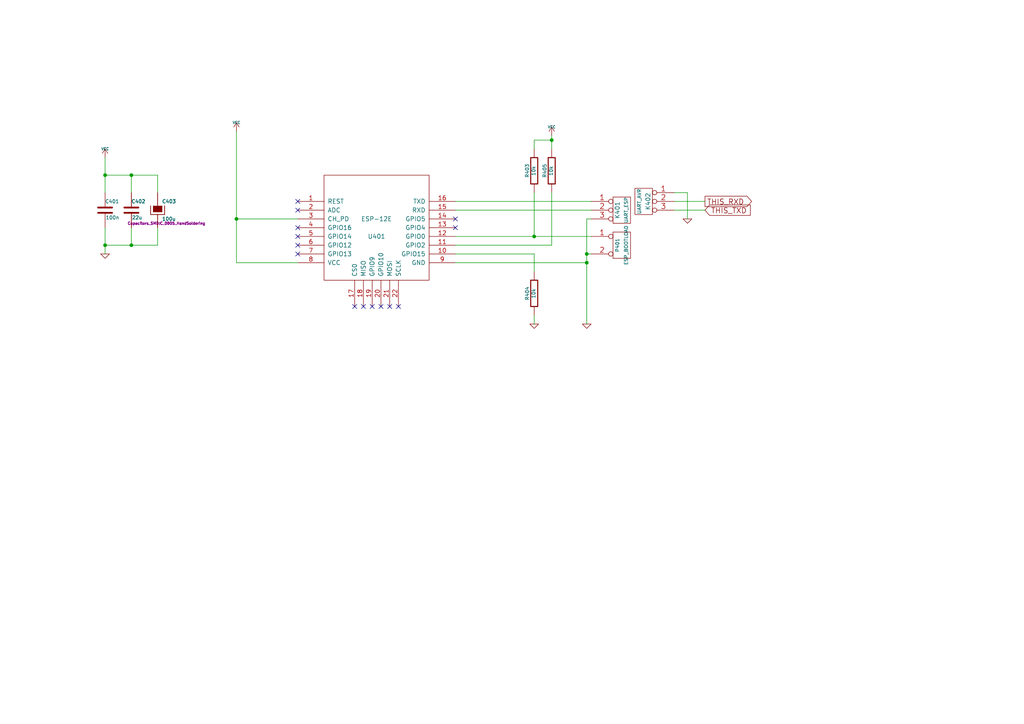
<source format=kicad_sch>
(kicad_sch (version 20231120) (generator "eeschema") (generator_version "8.0")
  (paper "A4")
  (title_block (title "Wireless FREDI (and clock interface)") (date "2017-11-19") (rev "0.2") (company "Heiko Rosemann (heiko.rosemann@web.de) CC-BY-SA") (comment 4 "WiFi controller and directly related peripheral stuff"))
  (lib_symbols
    (symbol "power:VCC" (power) (pin_names (offset 0))
      (property "Value" "VCC" (at 0 3.81 0))
      (symbol "VCC_0_1"
        (polyline (pts (xy -0.762 1.27) (xy 0 2.54)))
        (polyline (pts (xy 0 0) (xy 0 2.54)))
        (polyline (pts (xy 0 2.54) (xy 0.762 1.27)))
      )
      (symbol "VCC_1_1"
        (pin power_in line (at 0 0 90) (length 0) hide (name "VCC") (number "1"))
      )
    )
    (symbol "wfred_rev2-rescue:C-RESCUE-wfred_rev2" (pin_numbers hide) (pin_names (offset 0.254))
      (property "Reference" "C" (at 0 2.54 0))
      (property "Value" "C-RESCUE-wfred_rev2" (at 0.1524 -2.159 0))
      (symbol "C-RESCUE-wfred_rev2_0_1"
        (polyline (pts (xy -2.032 -0.762) (xy 2.032 -0.762)) (stroke (width 0.508)))
        (polyline (pts (xy -2.032 0.762) (xy 2.032 0.762)) (stroke (width 0.508)))
      )
      (symbol "C-RESCUE-wfred_rev2_1_1"
        (pin passive line (at 0 5.08 270) (length 4.318) (name "~") (number "1"))
        (pin passive line (at 0 -5.08 90) (length 4.318) (name "~") (number "2"))
      )
    )
    (symbol "wfred_rev2-rescue:CAPAPOL-device" (pin_numbers hide) (pin_names (offset 0.254) hide)
      (property "Reference" "C" (at 1.27 2.54 0))
      (property "Value" "CAPAPOL-device" (at 1.27 -2.54 0))
      (symbol "CAPAPOL-device_0_1"
        (polyline (pts (xy -2.032 1.27) (xy -2.032 -1.27) (xy 2.032 -1.27) (xy 2.032 1.27)) (stroke (width 0.2032)))
        (polyline (pts (xy -1.27 1.27) (xy -1.27 -0.508) (xy 1.27 -0.508) (xy 1.27 1.27)) (fill (type outline)))
      )
      (symbol "CAPAPOL-device_1_1"
        (pin passive line (at 0 5.08 270) (length 3.81) (name "~") (number "1"))
        (pin passive line (at 0 -5.08 90) (length 3.81) (name "~") (number "2"))
      )
    )
    (symbol "wfred_rev2-rescue:CONN_2-conn" (pin_names (offset 1.016) hide)
      (property "Reference" "P" (at -1.27 0 90))
      (property "Value" "CONN_2-conn" (at 1.27 0 90))
      (symbol "CONN_2-conn_0_1"
        (rectangle (start -2.54 3.81) (end 2.54 -3.81))
      )
      (symbol "CONN_2-conn_1_1"
        (pin passive inverted (at -8.89 2.54 0) (length 6.35) (name "P1") (number "1"))
        (pin passive inverted (at -8.89 -2.54 0) (length 6.35) (name "PM") (number "2"))
      )
    )
    (symbol "wfred_rev2-rescue:CONN_3-conn" (pin_names (offset 1.016) hide)
      (property "Reference" "K" (at -1.27 0 90))
      (property "Value" "CONN_3-conn" (at 1.27 0 90))
      (symbol "CONN_3-conn_0_1"
        (rectangle (start -2.54 3.81) (end 2.54 -3.81))
      )
      (symbol "CONN_3-conn_1_1"
        (pin passive inverted (at -8.89 2.54 0) (length 6.35) (name "P1") (number "1"))
        (pin passive inverted (at -8.89 0 0) (length 6.35) (name "PM") (number "2"))
        (pin passive inverted (at -8.89 -2.54 0) (length 6.35) (name "P3") (number "3"))
      )
    )
    (symbol "wfred_rev2-rescue:ESP-12E-ESP8266" (pin_names (offset 1.016))
      (property "Reference" "U" (at 0 -2.54 0))
      (property "Value" "ESP-12E-ESP8266" (at 0 2.54 0))
      (symbol "ESP-12E-ESP8266_1_0"
        (rectangle (start -15.24 -15.24) (end 15.24 15.24))
      )
      (symbol "ESP-12E-ESP8266_1_1"
        (pin input line (at -22.86 7.62 0) (length 7.62) (name "REST") (number "1"))
        (pin bidirectional line (at 22.86 -7.62 180) (length 7.62) (name "GPIO15") (number "10"))
        (pin bidirectional line (at 22.86 -5.08 180) (length 7.62) (name "GPIO2") (number "11"))
        (pin bidirectional line (at 22.86 -2.54 180) (length 7.62) (name "GPIO0") (number "12"))
        (pin bidirectional line (at 22.86 0 180) (length 7.62) (name "GPIO4") (number "13"))
        (pin bidirectional line (at 22.86 2.54 180) (length 7.62) (name "GPIO5") (number "14"))
        (pin input line (at 22.86 5.08 180) (length 7.62) (name "RXD") (number "15"))
        (pin output line (at 22.86 7.62 180) (length 7.62) (name "TXD") (number "16"))
        (pin bidirectional line (at -6.35 -22.86 90) (length 7.62) (name "CS0") (number "17"))
        (pin bidirectional line (at -3.81 -22.86 90) (length 7.62) (name "MISO") (number "18"))
        (pin bidirectional line (at -1.27 -22.86 90) (length 7.62) (name "GPIO9") (number "19"))
        (pin passive line (at -22.86 5.08 0) (length 7.62) (name "ADC") (number "2"))
        (pin bidirectional line (at 1.27 -22.86 90) (length 7.62) (name "GPIO10") (number "20"))
        (pin bidirectional line (at 3.81 -22.86 90) (length 7.62) (name "MOSI") (number "21"))
        (pin bidirectional line (at 6.35 -22.86 90) (length 7.62) (name "SCLK") (number "22"))
        (pin input line (at -22.86 2.54 0) (length 7.62) (name "CH_PD") (number "3"))
        (pin bidirectional line (at -22.86 0 0) (length 7.62) (name "GPIO16") (number "4"))
        (pin bidirectional line (at -22.86 -2.54 0) (length 7.62) (name "GPIO14") (number "5"))
        (pin bidirectional line (at -22.86 -5.08 0) (length 7.62) (name "GPIO12") (number "6"))
        (pin bidirectional line (at -22.86 -7.62 0) (length 7.62) (name "GPIO13") (number "7"))
        (pin power_in line (at -22.86 -10.16 0) (length 7.62) (name "VCC") (number "8"))
        (pin power_in line (at 22.86 -10.16 180) (length 7.62) (name "GND") (number "9"))
      )
    )
    (symbol "wfred_rev2-rescue:GND-RESCUE-wfred_rev2" (power) (pin_names (offset 0))
      (symbol "GND-RESCUE-wfred_rev2_0_1"
        (polyline (pts (xy -1.27 0) (xy 0 -1.27) (xy 1.27 0) (xy -1.27 0)))
      )
      (symbol "GND-RESCUE-wfred_rev2_1_1"
        (pin power_in line (at 0 0 90) (length 0) hide (name "GND") (number "1"))
      )
    )
    (symbol "wfred_rev2-rescue:R-RESCUE-wfred_rev2" (pin_numbers hide) (pin_names (offset 0))
      (property "Reference" "R" (at 2.032 0 90))
      (property "Value" "R-RESCUE-wfred_rev2" (at 0.1778 0.0254 90))
      (symbol "R-RESCUE-wfred_rev2_0_1"
        (rectangle (start -1.016 3.81) (end 1.016 -3.81) (stroke (width 0.3048)))
      )
      (symbol "R-RESCUE-wfred_rev2_1_1"
        (pin passive line (at 0 6.35 270) (length 2.54) (name "~") (number "1"))
        (pin passive line (at 0 -6.35 90) (length 2.54) (name "~") (number "2"))
      )
    )
  )
  (junction (at 170.18 76.2))
  (junction (at 38.1 50.8))
  (junction (at 68.58 63.5))
  (junction (at 154.94 68.58))
  (junction (at 38.1 71.12))
  (junction (at 30.48 50.8))
  (junction (at 170.18 73.66))
  (junction (at 160.02 40.64))
  (junction (at 30.48 71.12))
  (no_connect (at 86.36 71.12))
  (no_connect (at 86.36 68.58))
  (no_connect (at 132.08 63.5))
  (no_connect (at 86.36 73.66))
  (no_connect (at 86.36 58.42))
  (no_connect (at 105.41 88.9))
  (no_connect (at 113.03 88.9))
  (no_connect (at 102.87 88.9))
  (no_connect (at 107.95 88.9))
  (no_connect (at 86.36 66.04))
  (no_connect (at 110.49 88.9))
  (no_connect (at 132.08 66.04))
  (no_connect (at 115.57 88.9))
  (no_connect (at 86.36 60.96))
  (wire (pts (xy 154.94 43.18) (xy 154.94 40.64)))
  (wire (pts (xy 160.02 40.64) (xy 160.02 43.18)))
  (wire (pts (xy 132.08 60.96) (xy 171.45 60.96)))
  (wire (pts (xy 38.1 66.04) (xy 38.1 71.12)))
  (wire (pts (xy 154.94 68.58) (xy 171.45 68.58)))
  (wire (pts (xy 132.08 68.58) (xy 154.94 68.58)))
  (wire (pts (xy 30.48 71.12) (xy 38.1 71.12)))
  (wire (pts (xy 68.58 63.5) (xy 68.58 76.2)))
  (wire (pts (xy 195.58 55.88) (xy 199.39 55.88)))
  (wire (pts (xy 68.58 38.1) (xy 68.58 63.5)))
  (wire (pts (xy 30.48 50.8) (xy 38.1 50.8)))
  (wire (pts (xy 38.1 71.12) (xy 45.72 71.12)))
  (wire (pts (xy 30.48 50.8) (xy 30.48 55.88)))
  (wire (pts (xy 30.48 45.72) (xy 30.48 50.8)))
  (wire (pts (xy 38.1 50.8) (xy 38.1 55.88)))
  (wire (pts (xy 154.94 40.64) (xy 160.02 40.64)))
  (wire (pts (xy 45.72 50.8) (xy 45.72 55.88)))
  (wire (pts (xy 170.18 73.66) (xy 170.18 76.2)))
  (wire (pts (xy 195.58 58.42) (xy 204.47 58.42)))
  (wire (pts (xy 45.72 71.12) (xy 45.72 66.04)))
  (wire (pts (xy 154.94 73.66) (xy 154.94 78.74)))
  (wire (pts (xy 132.08 73.66) (xy 154.94 73.66)))
  (wire (pts (xy 30.48 71.12) (xy 30.48 73.66)))
  (wire (pts (xy 160.02 55.88) (xy 160.02 71.12)))
  (wire (pts (xy 132.08 58.42) (xy 171.45 58.42)))
  (wire (pts (xy 154.94 55.88) (xy 154.94 68.58)))
  (wire (pts (xy 38.1 50.8) (xy 45.72 50.8)))
  (wire (pts (xy 30.48 66.04) (xy 30.48 71.12)))
  (wire (pts (xy 170.18 76.2) (xy 132.08 76.2)))
  (wire (pts (xy 160.02 39.37) (xy 160.02 40.64)))
  (wire (pts (xy 170.18 76.2) (xy 170.18 93.98)))
  (wire (pts (xy 86.36 63.5) (xy 68.58 63.5)))
  (wire (pts (xy 154.94 91.44) (xy 154.94 93.98)))
  (wire (pts (xy 68.58 76.2) (xy 86.36 76.2)))
  (wire (pts (xy 160.02 71.12) (xy 132.08 71.12)))
  (wire (pts (xy 199.39 55.88) (xy 199.39 63.5)))
  (wire (pts (xy 171.45 73.66) (xy 170.18 73.66)))
  (wire (pts (xy 195.58 60.96) (xy 204.47 60.96)))
  (wire (pts (xy 170.18 63.5) (xy 170.18 73.66)))
  (wire (pts (xy 171.45 63.5) (xy 170.18 63.5)))
  (global_label "THIS_TXD" (shape input) (at 204.47 60.96 0) (effects (font (size 1.524 1.524))) (property "Intersheetrefs" "${INTERSHEET_REFS}" (effects (hide yes))))
  (global_label "THIS_RXD" (shape output) (at 204.47 58.42 0) (effects (font (size 1.524 1.524))) (property "Intersheetrefs" "${INTERSHEET_REFS}" (effects (hide yes))))
  (symbol (lib_id "wfred_rev2-rescue:ESP-12E-ESP8266") (at 109.22 66.04 0) (unit 1)
    (property "Reference" "U401" (at 109.22 68.58 0))
    (property "Value" "ESP-12E" (at 109.22 63.5 0))
    (property "Footprint" "ESP8266:ESP-12E_SMD" (effects (hide yes)))
  )
  (symbol (lib_id "power:VCC") (at 68.58 38.1 0) (unit 1)
    (property "Reference" "#PWR043" (effects (hide yes)))
    (property "Value" "VCC" (at 68.58 35.56 0) (effects (font (size 0.762 0.762))))
  )
  (symbol (lib_id "wfred_rev2-rescue:GND-RESCUE-wfred_rev2") (at 170.18 93.98 0) (unit 1)
    (property "Reference" "#PWR044" (effects (hide yes)))
    (property "Value" "GND" (effects (hide yes)))
  )
  (symbol (lib_id "power:VCC") (at 160.02 39.37 0) (unit 1)
    (property "Reference" "#PWR045" (effects (hide yes)))
    (property "Value" "VCC" (at 160.02 36.83 0) (effects (font (size 0.762 0.762))))
  )
  (symbol (lib_id "wfred_rev2-rescue:CONN_3-conn") (at 180.34 60.96 0) (unit 1)
    (property "Reference" "K401" (at 179.07 60.96 90))
    (property "Value" "UART_ESP" (at 181.61 60.96 90) (effects (font (size 1.016 1.016))))
    (property "Footprint" "Pin_Headers:Pin_Header_Straight_1x03_Pitch2.54mm" (effects (hide yes)))
    (property "Reichelt" "RND 205-00631" (effects (hide yes)))
  )
  (symbol (lib_id "wfred_rev2-rescue:CONN_3-conn") (at 186.69 58.42 0) (mirror y) (unit 1)
    (property "Reference" "K402" (at 187.96 58.42 90))
    (property "Value" "UART_AVR" (at 185.42 58.42 90) (effects (font (size 1.016 1.016))))
    (property "Footprint" "Pin_Headers:Pin_Header_Straight_1x03_Pitch2.54mm" (effects (hide yes)))
    (property "Reichelt" "RND 205-00631" (effects (hide yes)))
  )
  (symbol (lib_id "wfred_rev2-rescue:CONN_2-conn") (at 180.34 71.12 0) (unit 1)
    (property "Reference" "P401" (at 179.07 71.12 90) (effects (font (size 1.016 1.016))))
    (property "Value" "ESP_BOOTLOAD" (at 181.61 71.12 90) (effects (font (size 1.016 1.016))))
    (property "Footprint" "Pin_Headers:Pin_Header_Straight_1x02_Pitch2.54mm" (effects (hide yes)))
    (property "Reichelt" "RND 205-00631" (effects (hide yes)))
  )
  (symbol (lib_id "wfred_rev2-rescue:GND-RESCUE-wfred_rev2") (at 199.39 63.5 0) (unit 1)
    (property "Reference" "#PWR046" (effects (hide yes)))
    (property "Value" "GND" (effects (hide yes)))
  )
  (symbol (lib_id "wfred_rev2-rescue:R-RESCUE-wfred_rev2") (at 154.94 49.53 180) (unit 1)
    (property "Reference" "R403" (at 152.908 49.53 90) (effects (font (size 1.016 1.016))))
    (property "Value" "10k" (at 154.7622 49.5554 90) (effects (font (size 1.016 1.016))))
    (property "Footprint" "Capacitors_SMD:C_0805_HandSoldering" (effects (hide yes)))
    (property "Mouser" "603-RC0805JR-0710KL" (effects (hide yes)))
  )
  (symbol (lib_id "wfred_rev2-rescue:R-RESCUE-wfred_rev2") (at 154.94 85.09 180) (unit 1)
    (property "Reference" "R404" (at 152.908 85.09 90) (effects (font (size 1.016 1.016))))
    (property "Value" "10k" (at 154.7622 85.1154 90) (effects (font (size 1.016 1.016))))
    (property "Footprint" "Capacitors_SMD:C_0805_HandSoldering" (effects (hide yes)))
    (property "Mouser" "603-RC0805JR-0710KL" (effects (hide yes)))
  )
  (symbol (lib_id "wfred_rev2-rescue:R-RESCUE-wfred_rev2") (at 160.02 49.53 180) (unit 1)
    (property "Reference" "R405" (at 157.988 49.53 90) (effects (font (size 1.016 1.016))))
    (property "Value" "10k" (at 159.8422 49.5554 90) (effects (font (size 1.016 1.016))))
    (property "Footprint" "Capacitors_SMD:C_0805_HandSoldering" (effects (hide yes)))
    (property "Mouser" "603-RC0805JR-0710KL" (effects (hide yes)))
  )
  (symbol (lib_id "wfred_rev2-rescue:GND-RESCUE-wfred_rev2") (at 154.94 93.98 0) (unit 1)
    (property "Reference" "#PWR047" (effects (hide yes)))
    (property "Value" "GND" (effects (hide yes)))
  )
  (symbol (lib_id "wfred_rev2-rescue:C-RESCUE-wfred_rev2") (at 30.48 60.96 0) (unit 1)
    (property "Reference" "C401" (at 30.48 58.42 0) (effects (font (size 1.016 1.016)) (justify left)))
    (property "Value" "100n" (at 30.6324 63.119 0) (effects (font (size 1.016 1.016)) (justify left)))
    (property "Footprint" "Capacitors_SMD:C_0805_HandSoldering" (effects (hide yes)))
    (property "Reichelt" "X7R-G0805 100N" (effects (hide yes)))
  )
  (symbol (lib_id "power:VCC") (at 30.48 45.72 0) (unit 1)
    (property "Reference" "#PWR048" (effects (hide yes)))
    (property "Value" "VCC" (at 30.48 43.18 0) (effects (font (size 0.762 0.762))))
  )
  (symbol (lib_id "wfred_rev2-rescue:GND-RESCUE-wfred_rev2") (at 30.48 73.66 0) (unit 1)
    (property "Reference" "#PWR049" (effects (hide yes)))
    (property "Value" "GND" (effects (hide yes)))
  )
  (symbol (lib_id "wfred_rev2-rescue:C-RESCUE-wfred_rev2") (at 38.1 60.96 0) (unit 1)
    (property "Reference" "C402" (at 38.1 58.42 0) (effects (font (size 1.016 1.016)) (justify left)))
    (property "Value" "22u" (at 38.2524 63.119 0) (effects (font (size 1.016 1.016)) (justify left)))
    (property "Footprint" "Capacitors_SMD:C_0805_HandSoldering" (effects (hide yes)))
    (property "Reichelt" "X5R-G0805 22/25" (effects (hide yes)))
  )
  (symbol (lib_id "wfred_rev2-rescue:CAPAPOL-device") (at 45.72 60.96 0) (unit 1)
    (property "Reference" "C403" (at 46.99 58.42 0) (effects (font (size 1.016 1.016)) (justify left)))
    (property "Value" "100u" (at 46.99 63.5 0) (effects (font (size 1.016 1.016)) (justify left)))
    (property "Footprint" "Capacitors_SMD:C_0805_HandSoldering" (at 48.26 64.77 0) (effects (font (size 0.762 0.762))))
  )
)
</source>
